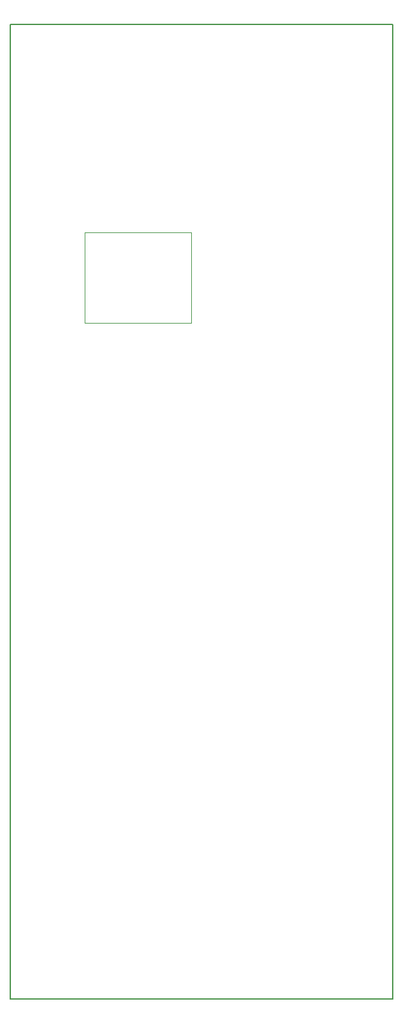
<source format=gbr>
%TF.GenerationSoftware,KiCad,Pcbnew,(6.0.6)*%
%TF.CreationDate,2022-11-26T15:14:55+01:00*%
%TF.ProjectId,vcer-midi-to-cv,76636572-2d6d-4696-9469-2d746f2d6376,rev?*%
%TF.SameCoordinates,Original*%
%TF.FileFunction,Profile,NP*%
%FSLAX46Y46*%
G04 Gerber Fmt 4.6, Leading zero omitted, Abs format (unit mm)*
G04 Created by KiCad (PCBNEW (6.0.6)) date 2022-11-26 15:14:55*
%MOMM*%
%LPD*%
G01*
G04 APERTURE LIST*
%TA.AperFunction,Profile*%
%ADD10C,0.150000*%
%TD*%
%TA.AperFunction,Profile*%
%ADD11C,0.120000*%
%TD*%
G04 APERTURE END LIST*
D10*
X-20194086Y14250000D02*
X-20194086Y-114250000D01*
X-70694086Y-114250000D02*
X-20194086Y-114250000D01*
X-70694086Y14250000D02*
X-20194086Y14250000D01*
X-70694086Y14250000D02*
X-70694086Y-114250000D01*
D11*
%TO.C,REF\u002A\u002A*%
X-60819086Y-13125000D02*
X-46819086Y-13125000D01*
X-46819086Y-13125000D02*
X-46819086Y-25125000D01*
X-46819086Y-25125000D02*
X-60819086Y-25125000D01*
X-60819086Y-25125000D02*
X-60819086Y-13125000D01*
%TD*%
M02*

</source>
